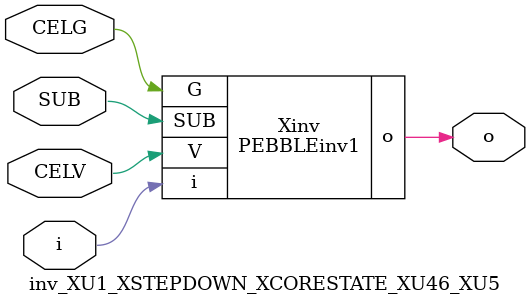
<source format=v>



module PEBBLEinv1 ( o, G, SUB, V, i );

  input V;
  input i;
  input G;
  output o;
  input SUB;
endmodule

//Celera Confidential Do Not Copy inv_XU1_XSTEPDOWN_XCORESTATE_XU46_XU5
//Celera Confidential Symbol Generator
//5V Inverter
module inv_XU1_XSTEPDOWN_XCORESTATE_XU46_XU5 (CELV,CELG,i,o,SUB);
input CELV;
input CELG;
input i;
input SUB;
output o;

//Celera Confidential Do Not Copy inv
PEBBLEinv1 Xinv(
.V (CELV),
.i (i),
.o (o),
.SUB (SUB),
.G (CELG)
);
//,diesize,PEBBLEinv1

//Celera Confidential Do Not Copy Module End
//Celera Schematic Generator
endmodule

</source>
